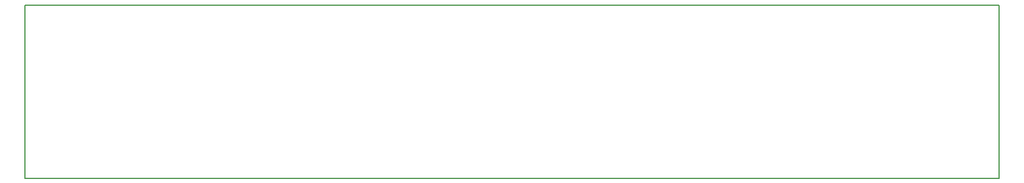
<source format=gbr>
G04 #@! TF.FileFunction,Profile,NP*
%FSLAX46Y46*%
G04 Gerber Fmt 4.6, Leading zero omitted, Abs format (unit mm)*
G04 Created by KiCad (PCBNEW 4.0.6) date 02/01/18 18:05:22*
%MOMM*%
%LPD*%
G01*
G04 APERTURE LIST*
%ADD10C,0.100000*%
%ADD11C,0.150000*%
G04 APERTURE END LIST*
D10*
D11*
X212090000Y-76200000D02*
X69850000Y-76200000D01*
X212090000Y-101600000D02*
X212090000Y-76200000D01*
X69850000Y-101600000D02*
X212090000Y-101600000D01*
X69850000Y-76200000D02*
X69850000Y-101600000D01*
M02*

</source>
